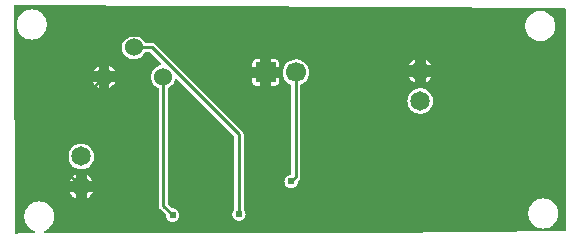
<source format=gbl>
G04 Layer: BottomLayer*
G04 EasyEDA v6.4.31, 2022-01-30 11:59:04*
G04 67aa8dcb152247358fa929708868e3bd,10*
G04 Gerber Generator version 0.2*
G04 Scale: 100 percent, Rotated: No, Reflected: No *
G04 Dimensions in millimeters *
G04 leading zeros omitted , absolute positions ,4 integer and 5 decimal *
%FSLAX45Y45*%
%MOMM*%

%ADD10C,0.2540*%
%ADD12C,0.6096*%
%ADD15C,1.7000*%
%ADD16R,1.7000X1.7000*%
%ADD17C,1.6510*%
%ADD18C,1.5240*%

%LPD*%
G36*
X251663Y2859379D02*
G01*
X247802Y2860141D01*
X244500Y2862326D01*
X242265Y2865577D01*
X241503Y2869438D01*
X229362Y4789627D01*
X230124Y4793538D01*
X232308Y4796840D01*
X235610Y4799076D01*
X239572Y4799838D01*
X4891582Y4774895D01*
X4895443Y4774082D01*
X4898745Y4771898D01*
X4900930Y4768596D01*
X4901692Y4764735D01*
X4901692Y2893263D01*
X4900930Y2889402D01*
X4898745Y2886100D01*
X4895494Y2883916D01*
X4891633Y2883103D01*
X3294075Y2870200D01*
X490677Y2870200D01*
X486664Y2871012D01*
X483311Y2873349D01*
X481177Y2876854D01*
X480568Y2880868D01*
X481584Y2884830D01*
X484073Y2888081D01*
X487680Y2890062D01*
X489712Y2890672D01*
X503732Y2897022D01*
X516940Y2904998D01*
X529031Y2914497D01*
X539902Y2925368D01*
X549402Y2937459D01*
X557377Y2950667D01*
X563727Y2964688D01*
X568299Y2979369D01*
X571042Y2994507D01*
X572008Y3009900D01*
X571042Y3025292D01*
X568299Y3040430D01*
X563727Y3055112D01*
X557377Y3069132D01*
X549402Y3082340D01*
X539902Y3094431D01*
X529031Y3105302D01*
X516940Y3114802D01*
X503732Y3122777D01*
X489712Y3129127D01*
X475030Y3133699D01*
X459892Y3136442D01*
X444500Y3137408D01*
X429107Y3136442D01*
X413969Y3133699D01*
X399288Y3129127D01*
X385267Y3122777D01*
X372059Y3114802D01*
X359968Y3105302D01*
X349097Y3094431D01*
X339598Y3082340D01*
X331622Y3069132D01*
X325272Y3055112D01*
X320700Y3040430D01*
X317957Y3025292D01*
X316992Y3009900D01*
X317957Y2994507D01*
X320700Y2979369D01*
X325272Y2964688D01*
X331622Y2950667D01*
X339598Y2937459D01*
X349097Y2925368D01*
X359968Y2914497D01*
X372059Y2904998D01*
X385267Y2897022D01*
X399288Y2890672D01*
X401320Y2890062D01*
X404926Y2888081D01*
X407416Y2884830D01*
X408432Y2880868D01*
X407822Y2876854D01*
X405688Y2873349D01*
X402336Y2871012D01*
X398322Y2870200D01*
X267716Y2870200D01*
X265988Y2869488D01*
X258825Y2862326D01*
X255574Y2860141D01*
G37*

%LPC*%
G36*
X4711700Y2907792D02*
G01*
X4727092Y2908757D01*
X4742230Y2911500D01*
X4756912Y2916072D01*
X4770932Y2922422D01*
X4784140Y2930398D01*
X4796231Y2939897D01*
X4807102Y2950768D01*
X4816602Y2962859D01*
X4824577Y2976067D01*
X4830927Y2990088D01*
X4835499Y3004769D01*
X4838242Y3019907D01*
X4839208Y3035300D01*
X4838242Y3050692D01*
X4835499Y3065830D01*
X4830927Y3080512D01*
X4824577Y3094532D01*
X4816602Y3107740D01*
X4807102Y3119831D01*
X4796231Y3130702D01*
X4784140Y3140202D01*
X4770932Y3148177D01*
X4756912Y3154527D01*
X4742230Y3159099D01*
X4727092Y3161842D01*
X4711700Y3162808D01*
X4696307Y3161842D01*
X4681169Y3159099D01*
X4666488Y3154527D01*
X4652467Y3148177D01*
X4639259Y3140202D01*
X4627168Y3130702D01*
X4616297Y3119831D01*
X4606798Y3107740D01*
X4598822Y3094532D01*
X4592472Y3080512D01*
X4587900Y3065830D01*
X4585157Y3050692D01*
X4584192Y3035300D01*
X4585157Y3019907D01*
X4587900Y3004769D01*
X4592472Y2990088D01*
X4598822Y2976067D01*
X4606798Y2962859D01*
X4616297Y2950768D01*
X4627168Y2939897D01*
X4639259Y2930398D01*
X4652467Y2922422D01*
X4666488Y2916072D01*
X4681169Y2911500D01*
X4696307Y2908757D01*
G37*
G36*
X1573530Y2966262D02*
G01*
X1583283Y2967126D01*
X1592783Y2969666D01*
X1601673Y2973781D01*
X1609750Y2979420D01*
X1616659Y2986379D01*
X1622298Y2994406D01*
X1626463Y3003346D01*
X1629003Y3012795D01*
X1629867Y3022600D01*
X1629003Y3032404D01*
X1626463Y3041853D01*
X1622298Y3050794D01*
X1616659Y3058820D01*
X1609750Y3065780D01*
X1601673Y3071418D01*
X1592783Y3075533D01*
X1583283Y3078073D01*
X1575257Y3078784D01*
X1571853Y3079699D01*
X1568958Y3081731D01*
X1536192Y3114497D01*
X1534007Y3117799D01*
X1533245Y3121710D01*
X1533245Y4092143D01*
X1533956Y4095902D01*
X1535988Y4099153D01*
X1539087Y4101388D01*
X1543659Y4103471D01*
X1555140Y4110837D01*
X1565554Y4119626D01*
X1574698Y4129735D01*
X1582420Y4140962D01*
X1588566Y4153154D01*
X1593037Y4166057D01*
X1594002Y4170629D01*
X1595729Y4174642D01*
X1599031Y4177487D01*
X1603146Y4178757D01*
X1607464Y4178147D01*
X1611122Y4175810D01*
X2093975Y3692956D01*
X2096211Y3689654D01*
X2096973Y3685743D01*
X2096973Y3074212D01*
X2096211Y3070301D01*
X2093975Y3066999D01*
X2092401Y3065424D01*
X2086762Y3057398D01*
X2082647Y3048457D01*
X2080107Y3039008D01*
X2079243Y3029204D01*
X2080107Y3019399D01*
X2082647Y3009950D01*
X2086762Y3001010D01*
X2092401Y2992983D01*
X2099360Y2986024D01*
X2107387Y2980385D01*
X2116328Y2976270D01*
X2125776Y2973730D01*
X2135581Y2972866D01*
X2145385Y2973730D01*
X2154834Y2976270D01*
X2163775Y2980385D01*
X2171801Y2986024D01*
X2178761Y2992983D01*
X2184400Y3001010D01*
X2188514Y3009950D01*
X2191054Y3019399D01*
X2191918Y3029204D01*
X2191054Y3039008D01*
X2188514Y3048457D01*
X2184400Y3057398D01*
X2178761Y3065424D01*
X2177186Y3066999D01*
X2174951Y3070301D01*
X2174189Y3074212D01*
X2174189Y3705453D01*
X2173376Y3713479D01*
X2171192Y3720693D01*
X2167636Y3727399D01*
X2162505Y3733596D01*
X1426210Y4469942D01*
X1419961Y4475073D01*
X1413306Y4478629D01*
X1406093Y4480814D01*
X1398066Y4481576D01*
X1345488Y4481576D01*
X1341831Y4482287D01*
X1338681Y4484217D01*
X1336395Y4487164D01*
X1332433Y4495038D01*
X1324711Y4506264D01*
X1315567Y4516374D01*
X1305153Y4525213D01*
X1293672Y4532528D01*
X1281328Y4538268D01*
X1268272Y4542332D01*
X1254810Y4544568D01*
X1241196Y4545025D01*
X1227632Y4543653D01*
X1214374Y4540504D01*
X1201623Y4535627D01*
X1189685Y4529074D01*
X1178712Y4520946D01*
X1168908Y4511497D01*
X1160424Y4500778D01*
X1153515Y4489043D01*
X1148181Y4476496D01*
X1144574Y4463338D01*
X1142746Y4449826D01*
X1142746Y4436211D01*
X1144574Y4422698D01*
X1148181Y4409541D01*
X1153515Y4396994D01*
X1160424Y4385259D01*
X1168908Y4374540D01*
X1178712Y4365040D01*
X1189685Y4356963D01*
X1201623Y4350410D01*
X1214374Y4345533D01*
X1227632Y4342333D01*
X1241196Y4340961D01*
X1254810Y4341418D01*
X1268272Y4343704D01*
X1281328Y4347768D01*
X1293672Y4353509D01*
X1305153Y4360824D01*
X1315567Y4369612D01*
X1324711Y4379722D01*
X1332433Y4390999D01*
X1336395Y4398822D01*
X1338630Y4401769D01*
X1341831Y4403699D01*
X1345488Y4404360D01*
X1378356Y4404360D01*
X1382217Y4403598D01*
X1385519Y4401413D01*
X1477416Y4309516D01*
X1479702Y4305960D01*
X1480362Y4301693D01*
X1479194Y4297578D01*
X1476451Y4294327D01*
X1472590Y4292447D01*
X1464360Y4290517D01*
X1451610Y4285589D01*
X1439672Y4279036D01*
X1428699Y4270959D01*
X1418894Y4261510D01*
X1410411Y4250791D01*
X1403502Y4239056D01*
X1398168Y4226509D01*
X1394561Y4213352D01*
X1392732Y4199839D01*
X1392732Y4186174D01*
X1394561Y4172661D01*
X1398168Y4159504D01*
X1403502Y4146956D01*
X1410411Y4135221D01*
X1418894Y4124553D01*
X1428699Y4115054D01*
X1439672Y4106976D01*
X1450746Y4100880D01*
X1453540Y4098645D01*
X1455369Y4095546D01*
X1456029Y4091990D01*
X1456029Y3102000D01*
X1456791Y3093974D01*
X1458976Y3086760D01*
X1462532Y3080054D01*
X1467662Y3073857D01*
X1514348Y3027121D01*
X1516380Y3024225D01*
X1517294Y3020822D01*
X1518005Y3012795D01*
X1520545Y3003346D01*
X1524711Y2994406D01*
X1530350Y2986379D01*
X1537258Y2979420D01*
X1545336Y2973781D01*
X1554226Y2969666D01*
X1563725Y2967126D01*
G37*
G36*
X847750Y3166719D02*
G01*
X854303Y3169970D01*
X866089Y3177895D01*
X876757Y3187242D01*
X886104Y3197910D01*
X894029Y3209696D01*
X897280Y3216249D01*
X847750Y3216249D01*
G37*
G36*
X752500Y3166719D02*
G01*
X752500Y3216249D01*
X702919Y3216249D01*
X706170Y3209696D01*
X714095Y3197910D01*
X723442Y3187242D01*
X734110Y3177895D01*
X745896Y3169970D01*
G37*
G36*
X2576880Y3250488D02*
G01*
X2586634Y3251352D01*
X2596134Y3253892D01*
X2605024Y3258007D01*
X2613101Y3263646D01*
X2620010Y3270605D01*
X2625648Y3278632D01*
X2629814Y3287572D01*
X2632354Y3297021D01*
X2633065Y3305048D01*
X2633980Y3308451D01*
X2636012Y3311347D01*
X2644140Y3319526D01*
X2649270Y3325774D01*
X2652826Y3332429D01*
X2655011Y3339642D01*
X2655824Y3347669D01*
X2655824Y4118559D01*
X2656586Y4122369D01*
X2658668Y4125620D01*
X2661869Y4127855D01*
X2668473Y4130801D01*
X2680665Y4138168D01*
X2691739Y4147007D01*
X2701645Y4157218D01*
X2710129Y4168597D01*
X2717088Y4180992D01*
X2722422Y4194149D01*
X2726029Y4207916D01*
X2727858Y4221988D01*
X2727858Y4236212D01*
X2726029Y4250283D01*
X2722422Y4264050D01*
X2717088Y4277207D01*
X2710129Y4289602D01*
X2701645Y4300982D01*
X2691739Y4311192D01*
X2680665Y4320032D01*
X2668473Y4327398D01*
X2655519Y4333138D01*
X2641854Y4337202D01*
X2627833Y4339488D01*
X2613660Y4339945D01*
X2599486Y4338574D01*
X2585669Y4335424D01*
X2572308Y4330496D01*
X2559710Y4323943D01*
X2548077Y4315815D01*
X2537561Y4306265D01*
X2528316Y4295444D01*
X2520594Y4283506D01*
X2514396Y4270705D01*
X2509926Y4257243D01*
X2507234Y4243273D01*
X2506319Y4229100D01*
X2507234Y4214926D01*
X2509926Y4200956D01*
X2514396Y4187494D01*
X2520594Y4174693D01*
X2528316Y4162755D01*
X2537561Y4151934D01*
X2548077Y4142384D01*
X2559710Y4134307D01*
X2573121Y4127296D01*
X2576017Y4125061D01*
X2577947Y4121912D01*
X2578608Y4118305D01*
X2578608Y3372662D01*
X2577896Y3368954D01*
X2575915Y3365754D01*
X2572918Y3363518D01*
X2569311Y3362502D01*
X2567076Y3362299D01*
X2557576Y3359759D01*
X2548686Y3355644D01*
X2540609Y3350006D01*
X2533700Y3343046D01*
X2528062Y3335020D01*
X2523896Y3326079D01*
X2521356Y3316630D01*
X2520492Y3306826D01*
X2521356Y3297021D01*
X2523896Y3287572D01*
X2528062Y3278632D01*
X2533700Y3270605D01*
X2540609Y3263646D01*
X2548686Y3258007D01*
X2557576Y3253892D01*
X2567076Y3251352D01*
G37*
G36*
X847750Y3311499D02*
G01*
X897280Y3311499D01*
X894029Y3318103D01*
X886104Y3329889D01*
X876757Y3340557D01*
X866089Y3349904D01*
X854303Y3357829D01*
X847750Y3361080D01*
G37*
G36*
X702919Y3311499D02*
G01*
X752500Y3311499D01*
X752500Y3361080D01*
X745896Y3357829D01*
X734110Y3349904D01*
X723442Y3340557D01*
X714095Y3329889D01*
X706170Y3318103D01*
G37*
G36*
X800100Y3409442D02*
G01*
X814273Y3410407D01*
X828141Y3413150D01*
X841603Y3417722D01*
X854303Y3423970D01*
X866089Y3431895D01*
X876757Y3441242D01*
X886104Y3451910D01*
X894029Y3463696D01*
X900277Y3476396D01*
X904849Y3489858D01*
X907592Y3503726D01*
X908558Y3517900D01*
X907592Y3532073D01*
X904849Y3545941D01*
X900277Y3559403D01*
X894029Y3572103D01*
X886104Y3583889D01*
X876757Y3594557D01*
X866089Y3603904D01*
X854303Y3611829D01*
X841603Y3618077D01*
X828141Y3622649D01*
X814273Y3625392D01*
X800100Y3626358D01*
X785926Y3625392D01*
X772058Y3622649D01*
X758596Y3618077D01*
X745896Y3611829D01*
X734110Y3603904D01*
X723442Y3594557D01*
X714095Y3583889D01*
X706170Y3572103D01*
X699922Y3559403D01*
X695350Y3545941D01*
X692607Y3532073D01*
X691642Y3517900D01*
X692607Y3503726D01*
X695350Y3489858D01*
X699922Y3476396D01*
X706170Y3463696D01*
X714095Y3451910D01*
X723442Y3441242D01*
X734110Y3431895D01*
X745896Y3423970D01*
X758596Y3417722D01*
X772058Y3413150D01*
X785926Y3410407D01*
G37*
G36*
X3670300Y3879342D02*
G01*
X3684473Y3880307D01*
X3698341Y3883050D01*
X3711803Y3887622D01*
X3724503Y3893870D01*
X3736289Y3901795D01*
X3746957Y3911142D01*
X3756304Y3921810D01*
X3764229Y3933596D01*
X3770477Y3946296D01*
X3775049Y3959758D01*
X3777792Y3973626D01*
X3778758Y3987800D01*
X3777792Y4001973D01*
X3775049Y4015841D01*
X3770477Y4029303D01*
X3764229Y4042003D01*
X3756304Y4053789D01*
X3746957Y4064457D01*
X3736289Y4073804D01*
X3724503Y4081729D01*
X3711803Y4087977D01*
X3698341Y4092549D01*
X3684473Y4095292D01*
X3670300Y4096258D01*
X3656126Y4095292D01*
X3642258Y4092549D01*
X3628796Y4087977D01*
X3616096Y4081729D01*
X3604310Y4073804D01*
X3593642Y4064457D01*
X3584295Y4053789D01*
X3576370Y4042003D01*
X3570122Y4029303D01*
X3565550Y4015841D01*
X3562807Y4001973D01*
X3561842Y3987800D01*
X3562807Y3973626D01*
X3565550Y3959758D01*
X3570122Y3946296D01*
X3576370Y3933596D01*
X3584295Y3921810D01*
X3593642Y3911142D01*
X3604310Y3901795D01*
X3616096Y3893870D01*
X3628796Y3887622D01*
X3642258Y3883050D01*
X3656126Y3880307D01*
G37*
G36*
X950163Y4101236D02*
G01*
X950163Y4148582D01*
X902817Y4148582D01*
X903478Y4146956D01*
X910437Y4135221D01*
X918870Y4124553D01*
X928674Y4115054D01*
X939647Y4106976D01*
G37*
G36*
X1039063Y4101337D02*
G01*
X1043686Y4103471D01*
X1055166Y4110837D01*
X1065580Y4119626D01*
X1074724Y4129735D01*
X1082446Y4140962D01*
X1086256Y4148582D01*
X1039063Y4148582D01*
G37*
G36*
X2276754Y4118203D02*
G01*
X2312314Y4118203D01*
X2312314Y4180230D01*
X2250287Y4180230D01*
X2250287Y4144670D01*
X2250998Y4138371D01*
X2252878Y4132884D01*
X2255977Y4128008D01*
X2260041Y4123893D01*
X2264968Y4120794D01*
X2270404Y4118914D01*
G37*
G36*
X2410002Y4118203D02*
G01*
X2445613Y4118203D01*
X2451912Y4118914D01*
X2457399Y4120794D01*
X2462276Y4123893D01*
X2466390Y4128008D01*
X2469438Y4132884D01*
X2471369Y4138371D01*
X2472080Y4144670D01*
X2472080Y4180230D01*
X2410002Y4180230D01*
G37*
G36*
X3717950Y4144619D02*
G01*
X3724503Y4147870D01*
X3736289Y4155795D01*
X3746957Y4165142D01*
X3756304Y4175810D01*
X3764229Y4187596D01*
X3767480Y4194149D01*
X3717950Y4194149D01*
G37*
G36*
X3622700Y4144619D02*
G01*
X3622700Y4194149D01*
X3573119Y4194149D01*
X3576370Y4187596D01*
X3584295Y4175810D01*
X3593642Y4165142D01*
X3604310Y4155795D01*
X3616096Y4147870D01*
G37*
G36*
X1039063Y4237482D02*
G01*
X1086256Y4237482D01*
X1082446Y4245051D01*
X1074724Y4256278D01*
X1065580Y4266387D01*
X1055166Y4275175D01*
X1043686Y4282541D01*
X1039063Y4284675D01*
G37*
G36*
X902817Y4237482D02*
G01*
X950163Y4237482D01*
X950163Y4284776D01*
X939647Y4279036D01*
X928674Y4270959D01*
X918870Y4261510D01*
X910437Y4250791D01*
X903478Y4239056D01*
G37*
G36*
X2410002Y4277969D02*
G01*
X2472080Y4277969D01*
X2472080Y4313529D01*
X2471369Y4319828D01*
X2469438Y4325315D01*
X2466390Y4330192D01*
X2462276Y4334306D01*
X2457399Y4337405D01*
X2451912Y4339285D01*
X2445613Y4339996D01*
X2410002Y4339996D01*
G37*
G36*
X2250287Y4277969D02*
G01*
X2312314Y4277969D01*
X2312314Y4339996D01*
X2276754Y4339996D01*
X2270404Y4339285D01*
X2264968Y4337405D01*
X2260041Y4334306D01*
X2255977Y4330192D01*
X2252878Y4325315D01*
X2250998Y4319828D01*
X2250287Y4313529D01*
G37*
G36*
X3717950Y4289399D02*
G01*
X3767480Y4289399D01*
X3764229Y4296003D01*
X3756304Y4307789D01*
X3746957Y4318457D01*
X3736289Y4327804D01*
X3724503Y4335729D01*
X3717950Y4338980D01*
G37*
G36*
X3573119Y4289399D02*
G01*
X3622700Y4289399D01*
X3622700Y4338980D01*
X3616096Y4335729D01*
X3604310Y4327804D01*
X3593642Y4318457D01*
X3584295Y4307789D01*
X3576370Y4296003D01*
G37*
G36*
X4686300Y4495292D02*
G01*
X4701692Y4496257D01*
X4716830Y4499000D01*
X4731512Y4503572D01*
X4745532Y4509922D01*
X4758740Y4517898D01*
X4770831Y4527397D01*
X4781702Y4538268D01*
X4791202Y4550359D01*
X4799177Y4563567D01*
X4805527Y4577588D01*
X4810099Y4592269D01*
X4812842Y4607407D01*
X4813808Y4622800D01*
X4812842Y4638192D01*
X4810099Y4653330D01*
X4805527Y4668012D01*
X4799177Y4682032D01*
X4791202Y4695240D01*
X4781702Y4707331D01*
X4770831Y4718202D01*
X4758740Y4727702D01*
X4745532Y4735677D01*
X4731512Y4742027D01*
X4716830Y4746599D01*
X4701692Y4749342D01*
X4686300Y4750308D01*
X4670907Y4749342D01*
X4655769Y4746599D01*
X4641088Y4742027D01*
X4627067Y4735677D01*
X4613859Y4727702D01*
X4601768Y4718202D01*
X4590897Y4707331D01*
X4581398Y4695240D01*
X4573422Y4682032D01*
X4567072Y4668012D01*
X4562500Y4653330D01*
X4559757Y4638192D01*
X4558792Y4622800D01*
X4559757Y4607407D01*
X4562500Y4592269D01*
X4567072Y4577588D01*
X4573422Y4563567D01*
X4581398Y4550359D01*
X4590897Y4538268D01*
X4601768Y4527397D01*
X4613859Y4517898D01*
X4627067Y4509922D01*
X4641088Y4503572D01*
X4655769Y4499000D01*
X4670907Y4496257D01*
G37*
G36*
X381000Y4507992D02*
G01*
X396392Y4508957D01*
X411530Y4511700D01*
X426212Y4516272D01*
X440232Y4522622D01*
X453440Y4530598D01*
X465531Y4540097D01*
X476402Y4550968D01*
X485901Y4563059D01*
X493877Y4576267D01*
X500227Y4590288D01*
X504799Y4604969D01*
X507542Y4620107D01*
X508508Y4635500D01*
X507542Y4650892D01*
X504799Y4666030D01*
X500227Y4680712D01*
X493877Y4694732D01*
X485901Y4707940D01*
X476402Y4720031D01*
X465531Y4730902D01*
X453440Y4740402D01*
X440232Y4748377D01*
X426212Y4754727D01*
X411530Y4759299D01*
X396392Y4762042D01*
X381000Y4763008D01*
X365607Y4762042D01*
X350469Y4759299D01*
X335788Y4754727D01*
X321767Y4748377D01*
X308559Y4740402D01*
X296468Y4730902D01*
X285597Y4720031D01*
X276098Y4707940D01*
X268122Y4694732D01*
X261772Y4680712D01*
X257200Y4666030D01*
X254457Y4650892D01*
X253492Y4635500D01*
X254457Y4620107D01*
X257200Y4604969D01*
X261772Y4590288D01*
X268122Y4576267D01*
X276098Y4563059D01*
X285597Y4550968D01*
X296468Y4540097D01*
X308559Y4530598D01*
X321767Y4522622D01*
X335788Y4516272D01*
X350469Y4511700D01*
X365607Y4508957D01*
G37*

%LPD*%
D10*
X1244625Y4442993D02*
G01*
X1398549Y4442993D01*
X2135581Y3705961D01*
X2135581Y3029204D01*
X1494612Y4193006D02*
G01*
X1494612Y3101492D01*
X1573504Y3022600D01*
X994613Y4193006D02*
G01*
X994613Y4351553D01*
X1193241Y4550181D01*
X1927174Y4550181D01*
X2248255Y4229100D01*
X2361209Y4229100D02*
G01*
X2248255Y4229100D01*
X800100Y3263900D02*
G01*
X683691Y3380308D01*
X683691Y3882085D01*
X994613Y4193006D01*
X2617215Y4229100D02*
G01*
X2617215Y3347186D01*
X2576855Y3306826D01*
D15*
G01*
X2617203Y4229100D03*
D16*
G01*
X2361196Y4229100D03*
D17*
G01*
X3670300Y4241800D03*
G01*
X3670300Y3987800D03*
G01*
X800100Y3517900D03*
G01*
X800100Y3263900D03*
D18*
G01*
X1244612Y4442993D03*
G01*
X1494599Y4193006D03*
G01*
X994600Y4193006D03*
D12*
G01*
X2576855Y3306826D03*
G01*
X1573504Y3022600D03*
G01*
X2135581Y3029204D03*
M02*

</source>
